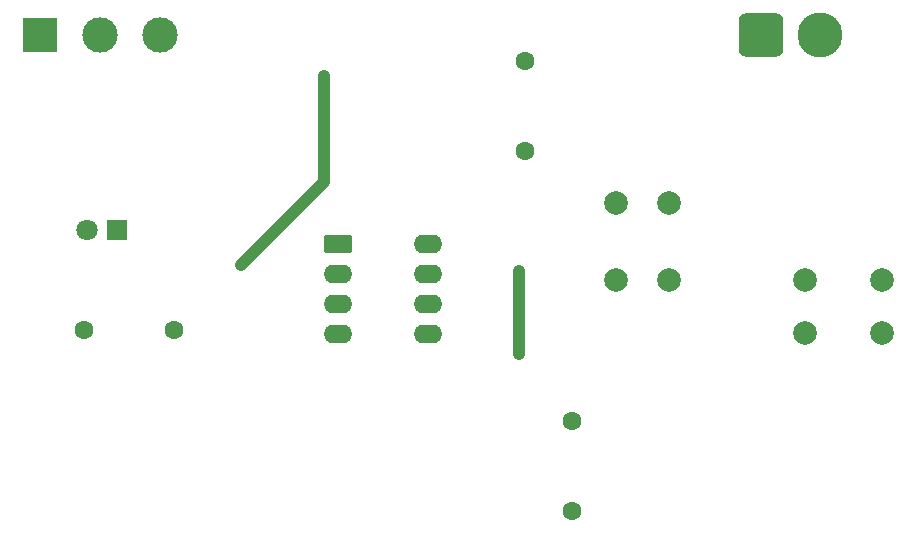
<source format=gbr>
%TF.GenerationSoftware,KiCad,Pcbnew,9.0.4*%
%TF.CreationDate,2025-10-10T16:17:53+02:00*%
%TF.ProjectId,Timmer-555-bistable-0.0.1,54696d6d-6572-42d3-9535-352d62697374,rev?*%
%TF.SameCoordinates,Original*%
%TF.FileFunction,Copper,L1,Top*%
%TF.FilePolarity,Positive*%
%FSLAX46Y46*%
G04 Gerber Fmt 4.6, Leading zero omitted, Abs format (unit mm)*
G04 Created by KiCad (PCBNEW 9.0.4) date 2025-10-10 16:17:53*
%MOMM*%
%LPD*%
G01*
G04 APERTURE LIST*
G04 Aperture macros list*
%AMRoundRect*
0 Rectangle with rounded corners*
0 $1 Rounding radius*
0 $2 $3 $4 $5 $6 $7 $8 $9 X,Y pos of 4 corners*
0 Add a 4 corners polygon primitive as box body*
4,1,4,$2,$3,$4,$5,$6,$7,$8,$9,$2,$3,0*
0 Add four circle primitives for the rounded corners*
1,1,$1+$1,$2,$3*
1,1,$1+$1,$4,$5*
1,1,$1+$1,$6,$7*
1,1,$1+$1,$8,$9*
0 Add four rect primitives between the rounded corners*
20,1,$1+$1,$2,$3,$4,$5,0*
20,1,$1+$1,$4,$5,$6,$7,0*
20,1,$1+$1,$6,$7,$8,$9,0*
20,1,$1+$1,$8,$9,$2,$3,0*%
G04 Aperture macros list end*
%TA.AperFunction,ComponentPad*%
%ADD10RoundRect,0.250000X-0.950000X-0.550000X0.950000X-0.550000X0.950000X0.550000X-0.950000X0.550000X0*%
%TD*%
%TA.AperFunction,ComponentPad*%
%ADD11O,2.400000X1.600000*%
%TD*%
%TA.AperFunction,ComponentPad*%
%ADD12C,2.000000*%
%TD*%
%TA.AperFunction,ComponentPad*%
%ADD13R,3.000000X3.000000*%
%TD*%
%TA.AperFunction,ComponentPad*%
%ADD14C,3.000000*%
%TD*%
%TA.AperFunction,ComponentPad*%
%ADD15RoundRect,0.760000X-1.140000X-1.140000X1.140000X-1.140000X1.140000X1.140000X-1.140000X1.140000X0*%
%TD*%
%TA.AperFunction,ComponentPad*%
%ADD16C,3.800000*%
%TD*%
%TA.AperFunction,ComponentPad*%
%ADD17C,1.600000*%
%TD*%
%TA.AperFunction,ComponentPad*%
%ADD18R,1.800000X1.800000*%
%TD*%
%TA.AperFunction,ComponentPad*%
%ADD19C,1.800000*%
%TD*%
%TA.AperFunction,ViaPad*%
%ADD20C,1.000000*%
%TD*%
%TA.AperFunction,Conductor*%
%ADD21C,1.000000*%
%TD*%
G04 APERTURE END LIST*
D10*
%TO.P,U1,1,GND*%
%TO.N,THR*%
X127190000Y-59690000D03*
D11*
%TO.P,U1,2,TR*%
%TO.N,TRG*%
X127190000Y-62230000D03*
%TO.P,U1,3,Q*%
%TO.N,Net-(U1-Q)*%
X127190000Y-64770000D03*
%TO.P,U1,4,R*%
%TO.N,Net-(U1-R)*%
X127190000Y-67310000D03*
%TO.P,U1,5,CV*%
%TO.N,unconnected-(U1-CV-Pad5)*%
X134810000Y-67310000D03*
%TO.P,U1,6,THR*%
%TO.N,THR*%
X134810000Y-64770000D03*
%TO.P,U1,7,DIS*%
%TO.N,unconnected-(U1-DIS-Pad7)*%
X134810000Y-62230000D03*
%TO.P,U1,8,VCC*%
%TO.N,Net-(SW0-C)*%
X134810000Y-59690000D03*
%TD*%
D12*
%TO.P,SW2,1,1*%
%TO.N,THR*%
X150750000Y-62750000D03*
X150750000Y-56250000D03*
%TO.P,SW2,2,2*%
%TO.N,TRG*%
X155250000Y-62750000D03*
X155250000Y-56250000D03*
%TD*%
%TO.P,SW1,1,1*%
%TO.N,THR*%
X166750000Y-62750000D03*
X173250000Y-62750000D03*
%TO.P,SW1,2,2*%
%TO.N,Net-(U1-R)*%
X166750000Y-67250000D03*
X173250000Y-67250000D03*
%TD*%
D13*
%TO.P,SW0,1,C*%
%TO.N,Net-(SW0-C)*%
X101920000Y-42000000D03*
D14*
%TO.P,SW0,2,B*%
%TO.N,Net-(SW0-B)*%
X107000000Y-42000000D03*
%TO.P,SW0,3,A*%
%TO.N,unconnected-(SW0-A-Pad3)*%
X112080000Y-42000000D03*
%TD*%
D15*
%TO.P,SOURCE_DC1,1*%
%TO.N,Net-(SW0-B)*%
X163000000Y-42000000D03*
D16*
%TO.P,SOURCE_DC1,2*%
%TO.N,THR*%
X168000000Y-42000000D03*
%TD*%
D17*
%TO.P,RA2,1*%
%TO.N,Net-(SW0-C)*%
X143000000Y-51810000D03*
%TO.P,RA2,2*%
%TO.N,TRG*%
X143000000Y-44190000D03*
%TD*%
%TO.P,RA1,1*%
%TO.N,Net-(SW0-C)*%
X147000000Y-74690000D03*
%TO.P,RA1,2*%
%TO.N,Net-(U1-R)*%
X147000000Y-82310000D03*
%TD*%
%TO.P,R1,1*%
%TO.N,Net-(U1-Q)*%
X113310000Y-67000000D03*
%TO.P,R1,2*%
%TO.N,Net-(D1-A)*%
X105690000Y-67000000D03*
%TD*%
D18*
%TO.P,D1,1,K*%
%TO.N,THR*%
X108500000Y-58500000D03*
D19*
%TO.P,D1,2,A*%
%TO.N,Net-(D1-A)*%
X105960000Y-58500000D03*
%TD*%
D20*
%TO.N,Net-(SW0-C)*%
X142500000Y-62000000D03*
X142500000Y-69000000D03*
%TO.N,TRG*%
X126000000Y-45500000D03*
X119000000Y-61500000D03*
%TD*%
D21*
%TO.N,Net-(SW0-C)*%
X142500000Y-69000000D02*
X142500000Y-62000000D01*
%TO.N,TRG*%
X126000000Y-54500000D02*
X126000000Y-45500000D01*
X119000000Y-61500000D02*
X126000000Y-54500000D01*
%TD*%
M02*

</source>
